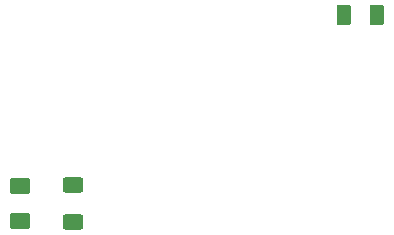
<source format=gtp>
G04 #@! TF.GenerationSoftware,KiCad,Pcbnew,(7.0.0-0)*
G04 #@! TF.CreationDate,2024-01-14T16:53:10+09:00*
G04 #@! TF.ProjectId,SCSIRIDER2_db25:f_gh,53435349-5249-4444-9552-325f64623235,rev?*
G04 #@! TF.SameCoordinates,Original*
G04 #@! TF.FileFunction,Paste,Top*
G04 #@! TF.FilePolarity,Positive*
%FSLAX46Y46*%
G04 Gerber Fmt 4.6, Leading zero omitted, Abs format (unit mm)*
G04 Created by KiCad (PCBNEW (7.0.0-0)) date 2024-01-14 16:53:10*
%MOMM*%
%LPD*%
G01*
G04 APERTURE LIST*
G04 Aperture macros list*
%AMRoundRect*
0 Rectangle with rounded corners*
0 $1 Rounding radius*
0 $2 $3 $4 $5 $6 $7 $8 $9 X,Y pos of 4 corners*
0 Add a 4 corners polygon primitive as box body*
4,1,4,$2,$3,$4,$5,$6,$7,$8,$9,$2,$3,0*
0 Add four circle primitives for the rounded corners*
1,1,$1+$1,$2,$3*
1,1,$1+$1,$4,$5*
1,1,$1+$1,$6,$7*
1,1,$1+$1,$8,$9*
0 Add four rect primitives between the rounded corners*
20,1,$1+$1,$2,$3,$4,$5,0*
20,1,$1+$1,$4,$5,$6,$7,0*
20,1,$1+$1,$6,$7,$8,$9,0*
20,1,$1+$1,$8,$9,$2,$3,0*%
G04 Aperture macros list end*
%ADD10RoundRect,0.250001X-0.624999X0.462499X-0.624999X-0.462499X0.624999X-0.462499X0.624999X0.462499X0*%
%ADD11RoundRect,0.250000X-0.375000X-0.625000X0.375000X-0.625000X0.375000X0.625000X-0.375000X0.625000X0*%
%ADD12RoundRect,0.250000X-0.625000X0.400000X-0.625000X-0.400000X0.625000X-0.400000X0.625000X0.400000X0*%
G04 APERTURE END LIST*
D10*
X107750000Y-132380000D03*
X107750000Y-135355000D03*
D11*
X135220003Y-117950003D03*
X138020003Y-117950003D03*
D12*
X112270000Y-132310000D03*
X112270000Y-135410000D03*
M02*

</source>
